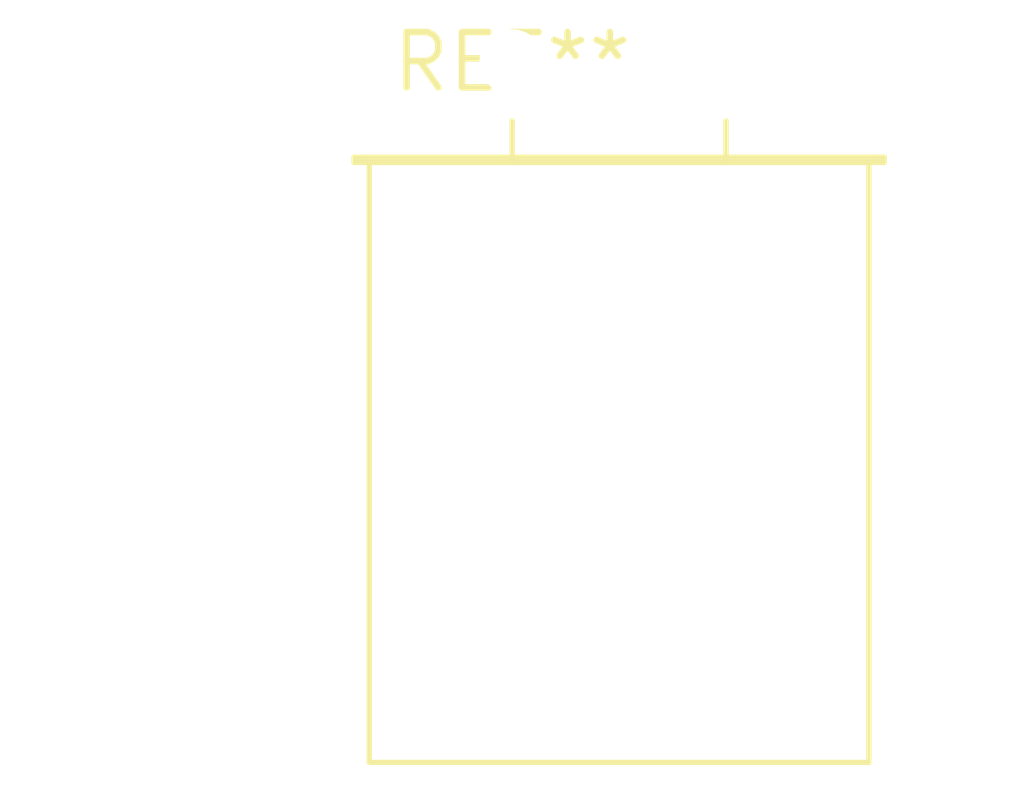
<source format=kicad_pcb>
(kicad_pcb (version 20240108) (generator pcbnew)
  (layers (0 "F.Cu" signal) (31 "B.Cu" signal) (34 "B.Paste" user) (35 "F.Paste" user) (36 "B.SilkS" user "B.Silkscreen") (37 "F.SilkS" user "F.Silkscreen") (38 "B.Mask" user) (39 "F.Mask" user) (44 "Edge.Cuts" user))
  (net 0 "")
  (footprint "Crystal_HC50_Horizontal" (layer "F.Cu") (at 0 0)
    (property "Reference" "REF**")
    (property "Value" "Crystal_HC50_Horizontal")
    (fp_line (start -3.625 2.18) (end 8.525 2.18) (layer "F.SilkS") (stroke (width 0.12)))
    (fp_line (start -3.625 2.3) (end -3.625 2.18) (layer "F.SilkS") (stroke (width 0.12)))
    (fp_line (start -3.275 2.3) (end -3.275 16.06) (layer "F.SilkS") (stroke (width 0.12)))
    (fp_line (start -3.275 16.06) (end 8.175 16.06) (layer "F.SilkS") (stroke (width 0.12)))
    (fp_line (start 0 1.35) (end 0 1.35) (layer "F.SilkS") (stroke (width 0.12)))
    (fp_line (start 0 2.3) (end 0 1.35) (layer "F.SilkS") (stroke (width 0.12)))
    (fp_line (start 4.9 1.35) (end 4.9 1.35) (layer "F.SilkS") (stroke (width 0.12)))
    (fp_line (start 4.9 2.3) (end 4.9 1.35) (layer "F.SilkS") (stroke (width 0.12)))
    (fp_line (start 8.175 2.3) (end -3.275 2.3) (layer "F.SilkS") (stroke (width 0.12)))
    (fp_line (start 8.175 16.06) (end 8.175 2.3) (layer "F.SilkS") (stroke (width 0.12)))
    (fp_line (start 8.525 2.18) (end 8.525 2.3) (layer "F.SilkS") (stroke (width 0.12)))
    (fp_line (start 8.525 2.3) (end -3.625 2.3) (layer "F.SilkS") (stroke (width 0.12)))
    (pad "1" thru_hole circle (at 0 0) (size 2.3 2.3) (drill 1.5) (layers *.Cu *.Mask) (remove_unused_layers))
    (pad "2" thru_hole circle (at 4.9 0) (size 2.3 2.3) (drill 1.5) (layers *.Cu *.Mask) (remove_unused_layers))
  )
)
</source>
